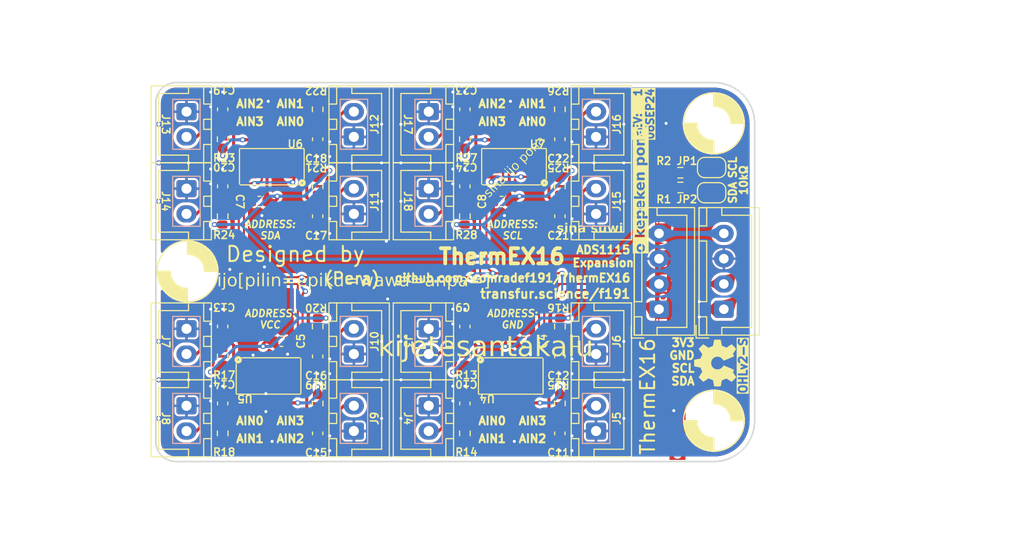
<source format=kicad_pcb>
(kicad_pcb (version 20240108) (generator "pcbnew") (generator_version "8.0")
  (layers (0 "F.Cu" signal) (31 "B.Cu" signal) (34 "B.Paste" user) (35 "F.Paste" user) (36 "B.SilkS" user "B.Silkscreen") (37 "F.SilkS" user "F.Silkscreen") (38 "B.Mask" user) (39 "F.Mask" user) (44 "Edge.Cuts" user))
  (net 0 "")
  (net 1 "GNDA")
  (net 2 "VDDA")
  (net 3 "/I2C0-SCL")
  (net 4 "/I2C0-SDA")
  (net 9 "/THERM-1")
  (net 10 "/THERM-2")
  (net 11 "/THERM-3")
  (net 12 "/THERM-4")
  (net 13 "/THERM-5")
  (net 14 "/THERM-6")
  (net 15 "/THERM-7")
  (net 16 "/THERM-8")
  (net 17 "/THERM-9")
  (net 18 "/THERM-10")
  (net 19 "/THERM-11")
  (net 20 "/THERM-12")
  (net 21 "/THERM-13")
  (net 22 "/THERM-14")
  (net 23 "/THERM-15")
  (net 24 "/THERM-16")
  (net 25 "Net-(JP1-A)")
  (net 26 "Net-(JP2-A)")
  (footprint "Resistor_SMD:R_0603_1608Metric" (layer "F.Cu") (at 74.7 48.45 90)
    (property "Reference" "R28")
    (property "Value" "4.7kΩ")
  )
  (footprint "CustomFootprints:JST-XH_1x02-V ~ Custom" (layer "F.Cu") (at 71.12 60.84 -90)
    (property "Reference" "J3")
    (property "Value" "1x2-JSTXH")
  )
  (footprint "Capacitor_SMD:C_0603_1608Metric" (layer "F.Cu") (at 60.13 48.449999 -90)
    (property "Reference" "C17")
    (property "Value" "100nF")
  )
  (footprint "Symbol:OSHW-Symbol_6.7x6mm_SilkScreen" (layer "F.Cu") (at 99.485 62.992 90)
    (property "Reference" "REF**" (hide yes))
    (property "Value" "OSHW-Symbol_6.7x6mm_SilkScreen" (hide yes))
  )
  (footprint "Capacitor_SMD:C_0603_1608Metric" (layer "F.Cu") (at 60.13 40.829999 -90)
    (property "Reference" "C18")
    (property "Value" "100nF")
  )
  (footprint "Capacitor_SMD:C_0603_1608Metric" (layer "F.Cu") (at 78.321 46.99)
    (property "Reference" "C8")
    (property "Value" "1uF")
  )
  (footprint "Capacitor_SMD:C_0603_1608Metric" (layer "F.Cu") (at 50.729 37.870001 90)
    (property "Reference" "C19")
    (property "Value" "100nF")
  )
  (footprint "Resistor_SMD:R_0603_1608Metric" (layer "F.Cu") (at 50.729 62.32 90)
    (property "Reference" "R17")
    (property "Value" "4.7kΩ")
  )
  (footprint "Capacitor_SMD:C_0603_1608Metric" (layer "F.Cu") (at 84.101 40.83 -90)
    (property "Reference" "C22")
    (property "Value" "100nF")
  )
  (footprint "Resistor_SMD:R_0603_1608Metric_Pad0.98x0.95mm_HandSolder" (layer "F.Cu") (at 96.0347 44.1464)
    (property "Reference" "R2")
    (property "Value" "10kΩ")
  )
  (footprint "Resistor_SMD:R_0603_1608Metric" (layer "F.Cu") (at 60.13 59.36 -90)
    (property "Reference" "R20")
    (property "Value" "4.7kΩ")
  )
  (footprint "Resistor_SMD:R_0603_1608Metric_Pad0.98x0.95mm_HandSolder" (layer "F.Cu") (at 96.0347 45.6064)
    (property "Reference" "R1")
    (property "Value" "10kΩ")
  )
  (footprint "CustomFootprints:JST-XH_1x02-V ~ Custom" (layer "F.Cu") (at 71.12 46.97 -90)
    (property "Reference" "J18")
    (property "Value" "1x2-JSTXH")
  )
  (footprint "PCM_Package_SO_AKL:VSSOP-10_3x3mm_P0.5mm" (layer "F.Cu") (at 79.562 43.55 180)
    (property "Reference" "U7")
    (property "Value" "ADS1115IDGSR" (hide yes))
  )
  (footprint "Capacitor_SMD:C_0603_1608Metric" (layer "F.Cu") (at 54.35 46.99)
    (property "Reference" "C7")
    (property "Value" "1uF")
  )
  (footprint "Capacitor_SMD:C_0603_1608Metric" (layer "F.Cu") (at 74.7 66.980001 90)
    (property "Reference" "C10")
    (property "Value" "100nF")
  )
  (footprint "Jumper:SolderJumper-2_P1.3mm_Bridged_RoundedPad1.0x1.5mm" (layer "F.Cu") (at 99.1212 43.6264)
    (property "Reference" "JP1")
    (property "Value" "SolderJumper_2_Bridged")
  )
  (footprint "Resistor_SMD:R_0603_1608Metric" (layer "F.Cu") (at 84.101 59.36 -90)
    (property "Reference" "R16")
    (property "Value" "4.7kΩ")
  )
  (footprint "CustomFootprints:JST-XH_1x02-V ~ Custom" (layer "F.Cu") (at 63.71 46.97 90)
    (property "Reference" "J11")
    (property "Value" "1x2-JSTXH")
  )
  (footprint "CustomFootprints:JST-XH_1x02-V ~ Custom" (layer "F.Cu") (at 71.12 39.35 -90)
    (property "Reference" "J17")
    (property "Value" "1x2-JSTXH")
  )
  (footprint "Resistor_SMD:R_0603_1608Metric" (layer "F.Cu") (at 50.729 40.83 90)
    (property "Reference" "R23")
    (property "Value" "4.7kΩ")
  )
  (footprint "CustomFootprints:M3 Mounting Hole ~ Classic" (layer "F.Cu") (at 99.338 39.26)
    (property "Reference" "H2" (hide yes))
    (property "Value" "MountingHole")
  )
  (footprint "PCM_Package_SO_AKL:VSSOP-10_3x3mm_P0.5mm" (layer "F.Cu") (at 55.268 64.26)
    (property "Reference" "U5")
    (property "Value" "ADS1115IDGSR" (hide yes))
  )
  (footprint "Resistor_SMD:R_0603_1608Metric" (layer "F.Cu") (at 50.729 69.94 90)
    (property "Reference" "R18")
    (property "Value" "4.7kΩ")
  )
  (footprint "Resistor_SMD:R_0603_1608Metric" (layer "F.Cu") (at 84.101 66.98 -90)
    (property "Reference" "R15")
    (property "Value" "4.7kΩ")
  )
  (footprint "Jumper:SolderJumper-2_P1.3mm_Bridged_RoundedPad1.0x1.5mm" (layer "F.Cu") (at 99.1212 46.1264)
    (property "Reference" "JP2")
    (property "Value" "SolderJumper_2_Bridged")
  )
  (footprint "CustomFootprints:M3 Mounting Hole ~ Classic" (layer "F.Cu") (at 47.244 53.904996)
    (property "Reference" "H1" (hide yes))
    (property "Value" "MountingHole")
  )
  (footprint "CustomFootprints:JST-XH_1x02-V ~ Custom" (layer "F.Cu") (at 87.681 39.35 90)
    (property "Reference" "J16")
    (property "Value" "1x2-JSTXH")
  )
  (footprint "Capacitor_SMD:C_0603_1608Metric" (layer "F.Cu") (at 60.13 69.939999 -90)
    (property "Reference" "C15")
    (property "Value" "100nF")
  )
  (footprint "Capacitor_SMD:C_0603_1608Metric" (layer "F.Cu") (at 50.729 45.490001 90)
    (property "Reference" "C20")
    (property "Value" "100nF")
  )
  (footprint "Capacitor_SMD:C_0603_1608Metric" (layer "F.Cu") (at 50.729 66.980001 90)
    (property "Reference" "C14")
    (property "Value" "100nF")
  )
  (footprint "Resistor_SMD:R_0603_1608Metric" (layer "F.Cu") (at 84.101 45.49 -90)
    (property "Reference" "R25")
    (property "Value" "4.7kΩ")
  )
  (footprint "Resistor_SMD:R_0603_1608Metric" (layer "F.Cu") (at 74.7 40.83 90)
    (property "Reference" "R27")
    (property "Value" "4.7kΩ")
  )
  (footprint "Capacitor_SMD:C_0603_1608Metric" (layer "F.Cu") (at 84.101 48.45 -90)
    (property "Reference" "C21")
    (property "Value" "100nF")
  )
  (footprint "CustomFootprints:JST-XH_1x02-V ~ Custom" (layer "F.Cu") (at 63.71 68.46 90)
    (property "Reference" "J9")
    (property "Value" "1x2-JSTXH")
  )
  (footprint "Connector_JST:JST_XH_B4B-XH-A_1x04_P2.50mm_Vertical" (layer "F.Cu") (at 100.33 57.655 90)
    (property "Reference" "J2" (hide yes))
    (property "Value" "Conn_01x04")
  )
  (footprint "Capacitor_SMD:C_0603_1608Metric" (layer "F.Cu") (at 74.7 45.490001 90)
    (property "Reference" "C24")
    (property "Value" "100nF")
  )
  (footprint "CustomFootprints:JST-XH_1x02-V ~ Custom" (layer "F.Cu") (at 63.71 60.84 90)
    (property "Reference" "J10")
    (property "Value" "1x2-JSTXH")
  )
  (footprint "Resistor_SMD:R_0603_1608Metric" (layer "F.Cu") (at 60.13 66.98 -90)
    (property "Reference" "R19")
    (property "Value" "4.7kΩ")
  )
  (footprint "Capacitor_SMD:C_0603_1608Metric" (layer "F.Cu") (at 80.518 60.82 180)
    (property "Reference" "C4")
    (property "Value" "1uF")
  )
  (footprint "Connector_JST:JST_XH_B4B-XH-A_1x04_P2.50mm_Vertical" (layer "F.Cu") (at 93.917 57.655 90)
    (property "Reference" "J1" (hide yes))
    (property "Value" "Conn_01x04")
  )
  (footprint "Capacitor_SMD:C_0603_1608Metric" (layer "F.Cu") (at 56.547 60.82 180)
    (property "Reference" "C5")
    (property "Value" "1uF")
  )
  (footprint "CustomFootprints:JST-XH_1x02-V ~ Custom" (layer "F.Cu") (at 87.681 46.97 90)
    (property "Reference" "J15")
    (property "Value" "1x2-JSTXH")
  )
  (footprint "CustomFootprints:JST-XH_1x02-V ~ Custom" (layer "F.Cu") (at 47.149 39.35 -90)
    (property "Reference" "J13")
    (property "Value" "1x2-JSTXH")
  )
  (footprint "Resistor_SMD:R_0603_1608Metric" (layer "F.Cu") (at 74.7 62.32 90)
    (property "Reference" "R13")
    (property "Value" "4.7kΩ")
  )
  (footprint "Capacitor_SMD:C_0603_1608Metric" (layer "F.Cu") (at 50.729 59.360001 90)
    (property "Reference" "C13")
    (property "Value" "100nF")
  )
  (footprint "CustomFootprints:JST-XH_1x02-V ~ Custom" (layer "F.Cu") (at 63.71 39.35 90)
    (property "Reference" "J12")
    (property "Value" "1x2-JSTXH")
  )
  (footprint "CustomFootprints:JST-XH_1x02-V ~ Custom" (layer "F.Cu") (at 87.681 68.46 90)
    (property "Reference" "J5")
    (property "Value" "1x2-JSTXH")
  )
  (footprint "PCM_Package_SO_AKL:VSSOP-10_3x3mm_P0.5mm" (layer "F.Cu") (at 79.239 64.26)
    (property "Reference" "U4")
    (property "Value" "ADS1115IDGSR" (hide yes))
  )
  (footprint "Resistor_SMD:R_0603_1608Metric" (layer "F.Cu") (at 60.13 45.49 -90)
    (property "Reference" "R21")
    (property "Value" "4.7kΩ")
  )
  (footprint "CustomFootprints:M3 Mounting Hole ~ Classic" (layer "F.Cu") (at 99.338 68.69)
    (property "Reference" "H3" (hide yes))
    (property "Value" "MountingHole")
  )
  (footprint "Capacitor_SMD:C_0603_1608Metric" (layer "F.Cu") (at 74.7 59.360001 90)
    (property "Reference" "C9")
    (property "Value" "100nF")
  )
  (footprint "CustomFootprints:JST-XH_1x02-V ~ Custom" (layer "F.Cu") (at 47.149 60.84 -90)
    (property "Reference" "J7")
    (property "Value" "1x2-JSTXH")
  )
  (footprint "CustomFootprints:JST-XH_1x02-V ~ Custom" (layer "F.Cu") (at 71.12 68.46 -90)
    (property "Reference" "J4")
    (property "Value" "1x2-JSTXH")
  )
  (footprint "Resistor_SMD:R_0603_1608Metric" (layer "F.Cu") (at 50.729 48.45 90)
    (property "Reference" "R24")
    (property "Value" "4.7kΩ")
  )
  (footprint "CustomFootprints:JST-XH_1x02-V ~ Custom" (layer "F.Cu") (at 47.149 46.97 -90)
    (property "Reference" "J14")
    (property "Value" "1x2-JSTXH")
  )
  (footprint "Resistor_SMD:R_0603_1608Metric" (layer "F.Cu") (at 84.101 37.87 -90)
    (property "Reference" "R26")
    (property "Value" "4.7kΩ")
  )
  (footprint "Capacitor_SMD:C_0603_1608Metric" (layer "F.Cu") (at 84.101 62.319999 -90)
    (property "Reference" "C12")
    (property "Value" "100nF")
  )
  (footprint "CustomFootprints:JST-XH_1x02-V ~ Custom" (layer "F.Cu") (at 87.681 60.84 90)
    (property "Reference" "J6")
    (property "Value" "1x2-JSTXH")
  )
  (footprint "Resistor_SMD:R_0603_1608Metric" (layer "F.Cu") (at 60.13 37.87 -90)
    (property "Reference" "R22")
    (property "Value" "4.7kΩ")
  )
  (footprint "Resistor_SMD:R_0603_1608Metric" (layer "F.Cu") (at 74.7 69.94 90)
    (property "Reference" "R14")
    (property "Value" "4.7kΩ")
  )
  (footprint "CustomFootprints:JST-XH_1x02-V ~ Custom" (layer "F.Cu") (at 47.149 68.46 -90)
    (property "Reference" "J8")
    (property "Value" "1x2-JSTXH")
  )
  (footprint "PCM_Package_SO_AKL:VSSOP-10_3x3mm_P0.5mm" (layer "F.Cu") (at 55.591 43.55 180)
    (property "Reference" "U6")
    (property "Value" "ADS1115IDGSR" (hide yes))
  )
  (footprint "Capacitor_SMD:C_0603_1608Metric" (layer "F.Cu") (at 74.7 37.870001 90)
    (property "Reference" "C23")
    (property "Value" "100nF")
  )
  (footprint "Capacitor_SMD:C_0603_1608Metric" (layer "F.Cu") (at 84.101 69.939999 -90)
    (property "Reference" "C11")
    (property "Value" "100nF")
  )
  (footprint "Capacitor_SMD:C_0603_1608Metric" (layer "F.Cu") (at 60.13 62.319999 -90)
    (property "Reference" "C16")
    (property "Value" "100nF")
  )
  (gr_line (start 103.378 68.69) (end 103.378 39.26) (stroke (width 0.15)) (layer "Edge.Cuts"))
  (gr_arc (start 99.338 35.22) (mid 102.194711 36.403289) (end 103.378 39.26) (stroke (width 0.15)) (layer "Edge.Cuts"))
  (gr_line (start 44.1128 70.73) (end 44.1128 37.22) (stroke (width 0.15)) (layer "Edge.Cuts"))
  (gr_line (start 46.1128 72.73) (end 99.338 72.73) (stroke (width 0.15)) (layer "Edge.Cuts"))
  (gr_line (start 46.1128 35.22) (end 99.338 35.22) (stroke (width 0.15)) (layer "Edge.Cuts"))
  (gr_arc (start 44.1128 37.22) (mid 44.698586 35.805786) (end 46.1128 35.22) (stroke (width 0.15)) (layer "Edge.Cuts"))
  (gr_arc (start 46.1128 72.73) (mid 44.698586 72.144214) (end 44.1128 70.73) (stroke (width 0.15)) (layer "Edge.Cuts"))
  (gr_arc (start 103.378 68.69) (mid 102.194711 71.546711) (end 99.338 72.73) (stroke (width 0.15)) (layer "Edge.Cuts"))
  (gr_text "o olin kijetesantakalu" (at 95.123 72.517 90) (layer "F.Cu" knockout) (effects (font (size 1 1) (thickness 0.15) (bold yes)) (justify left top)))
  (gr_text "kijetesantakalu li pona tawa jan ale" (at 94.869 72.136 90) (layer "F.Cu" knockout) (effects (font (size 1 1) (thickness 0.15) (bold yes)) (justify left bottom)))
  (gr_text "AIN3" (at 51.967 38.618371 0) (layer "F.SilkS") (effects (font (size 0.8 0.8) (thickness 0.2) (bold yes)) (justify left top)))
  (gr_text "ADDRESS:\nGND" (at 79.4005 57.658 0) (layer "F.SilkS") (effects (font (size 0.7 0.7) (thickness 0.15) (bold yes) (italic yes)) (justify top)))
  (gr_text "3V3" (at 97.536 60.96 0) (layer "F.SilkS") (effects (font (size 0.8 0.8) (thickness 0.2) (bold yes)) (justify right)))
  (gr_text "AIN1" (at 58.892 37.318 0) (layer "F.SilkS") (effects (font (size 0.8 0.8) (thickness 0.2) (bold yes)) (justify right)))
  (gr_text "AIN1" (at 75.938 70.000371 0) (layer "F.SilkS") (effects (font (size 0.8 0.8) (thickness 0.2) (bold yes)) (justify left top)))
  (gr_text "ADDRESS:\nVCC" (at 55.4295 57.658 0) (layer "F.SilkS") (effects (font (size 0.7 0.7) (thickness 0.15) (bold yes) (italic yes)) (justify top)))
  (gr_text "AIN2" (at 75.938 37.318 0) (layer "F.SilkS") (effects (font (size 0.8 0.8) (thickness 0.2) (bold yes)) (justify left)))
  (gr_text "SCL" (at 100.7712 43.6264 90) (layer "F.SilkS") (effects (font (size 0.75 0.75) (thickness 0.1875) (bold yes)) (justify top)))
  (gr_text "REV:   1\n06SEP24" (at 91.3892 35.7124 90) (layer "F.SilkS" knockout) (effects (font (size 0.75 0.75) (thickness 0.1875) (bold yes)) (justify right top)))
  (gr_text "SCL" (at 97.536 63.5 0) (layer "F.SilkS") (effects (font (size 0.8 0.8) (thickness 0.2) (bold yes)) (justify right)))
  (gr_text "AIN2" (at 51.967 37.318 0) (layer "F.SilkS") (effects (font (size 0.8 0.8) (thickness 0.2) (bold yes)) (justify left)))
  (gr_text "AIN2" (at 58.892 70.000371 0) (layer "F.SilkS") (effects (font (size 0.8 0.8) (thickness 0.2) (bold yes)) (justify right top)))
  (gr_text "ijo[pilin=epiku=wawa=anpa=]" (at 50.165 54.864 0) (layer "F.SilkS") (effects (font (size 1.25 1.25)) (justify left)))
  (gr_text "ThermEX16" (at 91.971 66.294 90) (layer "F.SilkS") (effects (font (size 1.4 1.4) (thickness 0.2) (bold yes)) (justify top)))
  (gr_text "AIN2" (at 82.863 70.000371 0) (layer "F.SilkS") (effects (font (size 0.8 0.8) (thickness 0.2) (bold yes)) (justify right top)))
  (gr_text "AIN0" (at 58.892 38.618371 0) (layer "F.SilkS") (effects (font (size 0.8 0.8) (thickness 0.2) (bold yes)) (justify right top)))
  (gr_text "SDA" (at 100.7712 46.1264 90) (layer "F.SilkS") (effects (font (size 0.75 0.75) (thickness 0.1875) (bold yes)) (justify top)))
  (gr_text "AIN3" (at 75.938 38.618371 0) (layer "F.SilkS") (effects (font (size 0.8 0.8) (thickness 0.2) (bold yes)) (justify left top)))
  (gr_text "10kΩ" (at 101.854 44.8764 90) (layer "F.SilkS") (effects (font (size 0.75 0.75) (thickness 0.1875) (bold yes)) (justify top)))
  (gr_text "AIN3" (at 82.863 68.7 0) (layer "F.SilkS") (effects (font (size 0.8 0.8) (thickness 0.2) (bold yes)) (justify right)))
  (gr_text "(Pera)" (at 60.706 54.61 0) (layer "F.SilkS") (effects (font (size 1.15 1.15) (thickness 0.2) (bold yes)) (justify left)))
  (gr_text "AIN0" (at 82.863 38.618371 0) (layer "F.SilkS") (effects (font (size 0.8 0.8) (thickness 0.2) (bold yes)) (justify right top)))
  (gr_text "transfur.science/f191" (at 91.186 56.134 0) (layer "F.SilkS") (effects (font (size 0.9 0.9) (thickness 0.2) (bold yes)) (justify right)))
  (gr_text "ADDRESS:\nSDA" (at 55.4295 50.78 0) (layer "F.SilkS") (effects (font (size 0.7 0.7) (thickness 0.15) (bold yes) (italic yes)) (justify bottom)))
  (gr_text "kijetesantakalu" (at 76.7588 61.468 0) (layer "F.SilkS") (effects (font (size 2 2) (thickness 0.5))))
  (gr_text "AIN0" (at 51.967 68.7 0) (layer "F.SilkS") (effects (font (size 0.8 0.8) (thickness 0.2) (bold yes)) (justify left)))
  (gr_text "AIN3" (at 58.892 68.7 0) (layer "F.SilkS") (effects (font (size 0.8 0.8) (thickness 0.2) (bold yes)) (justify right)))
  (gr_text "github.com/comradef191/ThermEX16" (at 91.186 54.08 0) (layer "F.SilkS") (effects (font (size 0.82 0.82) (thickness 0.2) (bold yes)) (justify right top)))
  (gr_text "AIN1" (at 82.863 37.318 0) (layer "F.SilkS") (effects (font (size 0.8 0.8) (thickness 0.2) (bold yes)) (justify right)))
  (gr_text "sina ijo pona" (at 79.629 43.561 45) (layer "F.SilkS") (effects (font (size 0.9 0.9))))
  (gr_text "ADDRESS:\nSCL" (at 79.4005 50.78 0) (layer "F.SilkS") (effects (font (size 0.7 0.7) (thickness 0.15) (bold yes) (italic yes)) (justify bottom)))
  (gr_text "GND" (at 97.536 62.23 0) (layer "F.SilkS") (effects (font (size 0.8 0.8) (thickness 0.2) (bold yes)) (justify right)))
  (gr_text "OHLv2-S" (at 101.771 63.246 90) (layer "F.SilkS" knockout) (effects (font (size 0.8 0.8) (thickness 0.2) (bold yes)) (justify top)))
  (gr_text "ThermEX16" (at 78.359 51.562 0) (layer "F.SilkS") (effects (font (size 1.5 1.5) (thickness 0.375) (bold yes)) (justify top)))
  (gr_text "sina suwi" (at 87.0712 49.6824 0) (layer "F.SilkS") (effects (font (size 0.9 0.9) (thickness 0.2) (bold yes))))
  (gr_text "SDA" (at 97.536 64.77 0) (layer "F.SilkS") (effects (font (size 0.8 0.8) (thickness 0.2) (bold yes)) (justify right)))
  (gr_text "AIN0" (at 75.938 68.7 0) (layer "F.SilkS") (effects (font (size 0.8 0.8) (thickness 0.2) (bold yes)) (justify left)))
  (gr_text "AIN1" (at 51.967 70.000371 0) (layer "F.SilkS") (effects (font (size 0.8 0.8) (thickness 0.2) (bold yes)) (justify left top)))
  (gr_text "ADS1115\nExpansion" (at 88.392 51.308 0) (layer "F.SilkS") (effects (font (size 0.8 0.8) (thickness 0.2) (bold yes)) (justify top)))
  (gr_text "Designed by" (at 57.912 52.197 0) (layer "F.SilkS") (effects (font (size 1.5 1.5) (thickness 0.2) (bold yes))))
  (gr_text "o kepeken pona" (at 92.075 45.847 90) (layer "F.SilkS" knockout) (effects (font (size 1 1) (thickness 0.18) (bold yes))))
  (segment (start 77.039 64.26) (end 78.1915 64.26) (width 0.3) (layer "F.Cu") (net 1))
  (segment (start 53.068 64.26) (end 54.2205 64.26) (width 0.3) (layer "F.Cu") (net 1))
  (segment (start 81.762 43.55) (end 80.6095 43.55) (width 0.3) (layer "F.Cu") (net 1))
  (segment (start 54.2205 64.26) (end 54.35 64.1305) (width 0.3) (layer "F.Cu") (net 1))
  (segment (start 80.6095 43.55) (end 80.48 43.6795) (width 0.3) (layer "F.Cu") (net 1))
  (segment (start 57.791 43.55) (end 56.6385 43.55) (width 0.3) (layer "F.Cu") (net 1))
  (segment (start 56.6385 43.55) (end 56.509 43.6795) (width 0.3) (layer "F.Cu") (net 1))
  (segment (start 78.1915 64.26) (end 78.321 64.1305) (width 0.3) (layer "F.Cu") (net 1))
  (via (at 74.7 43.780001) (size 0.5) (drill 0.3) (layers "F.Cu" "B.Cu") (net 1))
  (via (at 44.399 64.64) (size 0.5) (drill 0.3) (layers "F.Cu" "B.Cu") (net 1))
  (via (at 44.399 43.17) (size 0.5) (drill 0.3) (layers "F.Cu" "B.Cu") (net 1))
  (via (at 80.988 38.8535) (size 0.5) (drill 0.3) (layers "F.Cu" "B.Cu") (net 1))
  (via (at 90.431 64.64) (size 0.5) (drill 0.3) (layers "F.Cu" "B.Cu") (net 1))
  (via (at 50.729 65.27) (size 0.5) (drill 0.3) (layers "F.Cu" "B.Cu") (net 1))
  (via (at 85.291001 41.08) (size 0.5) (drill 0.3) (layers "F.Cu" "B.Cu") (net 1))
  (via (at 90.431 46.97) (size 0.5) (drill 0.3) (layers "F.Cu" "B.Cu") (net 1))
  (via (at 73.509999 45.240001) (size 0.5) (drill 0.3) (layers "F.Cu" "B.Cu") (net 1))
  (via (at 63.51 64.64) (size 0.5) (drill 0.3) (layers "F.Cu" "B.Cu") (net 1))
  (via (at 54.864 53.467) (size 0.5) (drill 0.3) (layers "F.Cu" "B.Cu") (net 1))
  (via (at 79.591 70.7345) (size 0.5) (drill 0.3) (layers "F.Cu" "B.Cu") (net 1))
  (via (at 73.509999 59.11) (size 0.5) (drill 0.3) (layers "F.Cu" "B.Cu") (net 1))
  (via (at 50.729 57.65) (size 0.5) (drill 0.3) (layers "F.Cu" "B.Cu") (net 1))
  (via (at 74.7 36.160001) (size 0.5) (drill 0.3) (layers "F.Cu" "B.Cu") (net 1))
  (via (at 61.320001 71.649999) (size 0.5) (drill 0.3) (layers "F.Cu" "B.Cu") (net 1))
  (via (at 90.431 60.84) (size 0.5) (drill 0.3) (layers "F.Cu" "B.Cu") (net 1))
  (via (at 66.46 39.35) (size 0.5) (drill 0.3) (layers "F.Cu" "B.Cu") (net 1))
  (via (at 85.291001 70.189999) (size 0.5) (drill 0.3) (layers "F.Cu" "B.Cu") (net 1))
  (via (at 95.377 67.691) (size 0.5) (drill 0.3) (layers "F.Cu" "B.Cu") (net 1))
  (via (at 68.37 64.64) (size 0.5) (drill 0.3) (layers "F.Cu" "B.Cu") (net 1))
  (via (at 54.61 48.387) (size 0.5) (drill 0.3) (layers "F.Cu" "B.Cu") (net 1))
  (via (at 44.399 39.35) (size 0.5) (drill 0.3) (layers "F.Cu" "B.Cu") (net 1))
  (via (at 67.056 56.642) (size 0.5) (drill 0.3) (layers "F.Cu" "B.Cu") (net 1))
  (via (at 73.509999 57.65) (size 0.5) (drill 0.3) (layers "F.Cu" "B.Cu") (net 1))
  (via (at 49.538999 65.27) (size 0.5) (drill 0.3) (layers "F.Cu" "B.Cu") (net 1))
  (via (at 90.431 43.17) (size 0.5) (drill 0.3) (layers "F.Cu" "B.Cu") (net 1))
  (via (at 49.538999 43.780001) (size 0.5) (drill 0.3) (layers "F.Cu" "B.Cu") (net 1))
  (via (at 97.8916 56.896) (size 0.5) (drill 0.3) (layers "F.Cu" "B.Cu") (net 1))
  (via (at 68.37 39.35) (size 0.5) (drill 0.3) (layers "F.Cu" "B.Cu") (net 1))
  (via (at 49.538999 45.240001) (size 0.5) (drill 0.3) (layers "F.Cu" "B.Cu") (net 1))
  (via (at 73.509999 37.620001) (size 0.5) (drill 0.3) (layers "F.Cu" "B.Cu") (net 1))
  (via (at 44.399 68.46) (size 0.5) (drill 0.3) (layers "F.Cu" "B.Cu") (net 1))
  (via (at 66.46 64.64) (size 0.5) (drill 0.3) (layers "F.Cu" "B.Cu") (net 1))
  (via (at 61.320001 70.189999) (size 0.5) (drill 0.3) (layers "F.Cu" "B.Cu") (net 1))
  (via (at 85.291001 48.7) (size 0.5) (drill 0.3) (layers "F.Cu" "B.Cu") (net 1))
  (via (at 74.7 65.27) (size 0.5) (drill 0.3) (layers "F.Cu" "B.Cu") (net 1))
  (via (at 50.729 43.780001) (size 0.5) (drill 0.3) (layers "F.Cu" "B.Cu") (net 1))
  (via (at 50.729 36.160001) (size 0.5) (drill 0.3) (layers "F.Cu" "B.Cu") (net 1))
  (via (at 49.538999 36.160001) (size 0.5) (drill 0.3) (layers "F.Cu" "B.Cu") (net 1))
  (via (at 85.291001 50.16) (size 0.5) (drill 0.3) (layers "F.Cu" "B.Cu") (net 1))
  (via (at 66.46 43.17) (size 0.5) (drill 0.3) (layers "F.Cu" "B.Cu") (net 1))
  (via (at 55.62 70.7345) (size 0.5) (drill 0.3) (layers "F.Cu" "B.Cu") (net 1))
  (via (at 78.613 48.387) (size 0.5) (drill 0.3) (layers "F.Cu" "B.Cu") (net 1))
  (via (at 68.37 43.17) (size 0.5) (drill 0.3) (layers "F.Cu" "B.Cu") (net 1))
  (via (at 71.32 64.64) (size 0.5) (drill 0.3) (layers "F.Cu" "B.Cu") (net 1))
  (via (at 68.37 68.46) (size 0.5) (drill 0.3) (layers "F.Cu" "B.Cu") (net 1))
  (via (at 61.320001 41.08) (size 0.5) (drill 0.3) (layers "F.Cu" "B.Cu") (net 1))
  (via (at 85.291001 71.649999) (size 0.5) (drill 0.3) (layers "F.Cu" "B.Cu") (net 1))
  (via (at 49.538999 66.73) (size 0.5) (drill 0.3) (layers "F.Cu" "B.Cu") (net 1))
  (via (at 90.431 68.46) (size 0.5) (drill 0.3) (layers "F.Cu" "B.Cu") (net 1))
  (via (at 55.006 67.7855) (size 0.5) (drill 0.3) (layers "F.Cu" "B.Cu") (net 1))
  (via (at 66.46 46.97) (size 0.5) (drill 0.3) (layers "F.Cu" "B.Cu") (net 1))
  (via (at 66.46 60.84) (size 0.5) (drill 0.3) (layers "F.Cu" "B.Cu") (net 1))
  (via (at 60.13 50.16) (size 0.5) (drill 0.3) (layers "F.Cu" "B.Cu") (net 1))
  (via (at 68.37 46.97) (size 0.5) (drill 0.3) (layers "F.Cu" "B.Cu") (net 1))
  (via (at 57.15 62.103) (size 0.5) (drill 0.3) (layers "F.Cu" "B.Cu") (net 1))
  (via (at 60.13 64.029999) (size 0.5) (drill 0.3) (layers "F.Cu" "B.Cu") (net 1))
  (via (at 71.32 43.17) (size 0.5) (drill 0.3) (layers "F.Cu" "B.Cu") (net 1))
  (via (at 47.349 64.64) (size 0.5) (drill 0.3) (layers "F.Cu" "B.Cu") (net 1))
  (via (at 90.431 39.35) (size 0.5) (drill 0.3) (layers "F.Cu" "B.Cu") (net 1))
  (via (at 51.435 53.721) (size 0.5) (drill 0.3) (layers "F.Cu" "B.Cu") (net 1))
  (via (at 49.538999 37.620001) (size 0.5) (drill 0.3) (layers "F.Cu" "B.Cu") (net 1))
  (via (at 68.37 60.84) (size 0.5) (drill 0.3) (layers "F.Cu" "B.Cu") (net 1))
  (via (at 47.349 43.17) (size 0.5) (drill 0.3) (layers "F.Cu" "B.Cu") (net 1))
  (via (at 66.929 50.927) (size 0.5) (drill 0.3) (layers "F.Cu" "B.Cu") (net 1))
  (via (at 85.291001 62.569999) (size 0.5) (drill 0.3) (layers "F.Cu" "B.Cu") (net 1))
  (via (at 84.101 64.029999) (size 0.5) (drill 0.3) (layers "F.Cu" "B.Cu") (net 1))
  (via (at 55.239 37.0755) (size 0.5) (drill 0.3) (layers "F.Cu" "B.Cu") (net 1))
  (via (at 55.006 66.0075) (size 0.5) (drill 0.3) (layers "F.Cu" "B.Cu") (net 1))
  (via (at 84.101 50.16) (size 0.5) (drill 0.3) (layers "F.Cu" "B.Cu") (net 1))
  (via (at 73.509999 66.73) (size 0.5) (drill 0.3) (layers "F.Cu" "B.Cu") (net 1))
  (via (at 97.8916 58.42) (size 0.5) (drill 0.3) (layers "F.Cu" "B.Cu") (net 1))
  (via (at 73.509999 65.27) (size 0.5) (drill 0.3) (layers "F.Cu" "B.Cu") (net 1))
  (via (at 61.320001 50.16) (size 0.5) (drill 0.3) (layers "F.Cu" "B.Cu") (net 1))
  (via (at 84.101 71.649999) (size 0.5) (drill 0.3) (layers "F.Cu" "B.Cu") (net 1))
  (via (at 44.399 46.97) (size 0.5) (drill 0.3) (layers "F.Cu" "B.Cu") (net 1))
  (via (at 60.13 71.649999) (size 0.5) (drill 0.3) (layers "F.Cu" "B.Cu") (net 1))
  (via (at 61.320001 64.029999) (size 0.5) (drill 0.3) (layers "F.Cu" "B.Cu") (net 1))
  (via (at 61.320001 48.7) (size 0.5) (drill 0.3) (layers "F.Cu" "B.Cu") (net 1))
  (via (at 73.509999 43.780001) (size 0.5) (drill 0.3) (layers "F.Cu" "B.Cu") (net 1))
  (via (at 53.736 62.1975) (size 0.5) (drill 0.3) (layers "F.Cu" "B.Cu") (net 1))
  (via (at 66.46 68.46) (size 0.5) (drill 0.3) (layers "F.Cu" "B.Cu") (net 1))
  (via (at 94.615 39.260004) (size 0.5) (drill 0.3) (layers "F.Cu" "B.Cu") (net 1))
  (via (at 44.399 60.84) (size 0.5) (drill 0.3) (layers "F.Cu" "B.Cu") (net 1))
  (via (at 73.509999 36.160001) (size 0.5) (drill 0.3) (layers "F.Cu" "B.Cu") (net 1))
  (via (at 61.320001 42.54) (size 0.5) (drill 0.3) (layers "F.Cu" "B.Cu") (net 1))
  (via (at 81.153 62.103) (size 0.5) (drill 0.3) (layers "F.Cu" "B.Cu") (net 1))
  (via (at 63.51 43.17) (size 0.5) (drill 0.3) (layers "F.Cu" "B.Cu") (net 1))
  (via (at 85.291001 42.54) (size 0.5) (drill 0.3) (layers "F.Cu" "B.Cu") (net 1))
  (via (at 74.7 57.65) (size 0.5) (drill 0.3) (layers "F.Cu" "B.Cu") (net 1))
  (via (at 49.538999 59.11) (size 0.5) (drill 0.3) (layers "F.Cu" "B.Cu") (net 1))
  (via (at 49.538999 57.65) (size 0.5) (drill 0.3) (layers "F.Cu" "B.Cu") (net 1))
  (via (at 61.320001 62.569999) (size 0.5) (drill 0.3) (layers "F.Cu" "B.Cu") (net 1))
  (via (at 60.13 42.54) (size 0.5) (drill 0.3) (layers "F.Cu" "B.Cu") (net 1))
  (via (at 87.481 64.64) (size 0.5) (drill 0.3) (layers "F.Cu" "B.Cu") (net 1))
  (via (at 85.291001 64.029999) (size 0.5) (drill 0.3) (layers "F.Cu" "B.Cu") (net 1))
  (via (at 84.101 42.54) (size 0.5) (drill 0.3) (layers "F.Cu" "B.Cu") (net 1))
  (via (at 87.481 43.17) (size 0.5) (drill 0.3) (layers "F.Cu" "B.Cu") (net 1))
  (via (at 79.21 37.0755) (size 0.5) (drill 0.3) (layers "F.Cu" "B.Cu") (net 1))
  (segment (start 55.118 46.983) (end 55.118 43.5585) (width 0.3) (layer "F.Cu") (net 2))
  (segment (start 77.546 40.8855) (end 77.546 40.6445) (width 0.3) (layer "F.Cu") (net 2))
  (segment (start 80.099 65.4005) (end 81.255 66.5565) (width 0.3) (layer "F.Cu") (net 2))
  (segment (start 74.7 42.4715) (end 74.7 41.655) (width 0.3) (layer "F.Cu") (net 2))
  (segment (start 54.731 43.1715) (end 54.731 42.4095) (width 0.3) (layer "F.Cu") (net 2))
  (segment (start 81.439 64.26) (end 80.4775 64.26) (width 0.3) (layer "F.Cu") (net 2))
  (segment (start 84.8325 43.9335) (end 84.101 44.665) (width 0.3) (layer "F.Cu") (net 2))
  (segment (start 50.729 42.4715) (end 50.729 41.655) (width 0.3) (layer "F.Cu") (net 2))
  (segment (start 80.099 64.6385) (end 80.099 65.4005) (width 0.3) (layer "F.Cu") (net 2))
  (segment (start 60.13 65.3385) (end 60.13 66.155) (width 0.3) (layer "F.Cu") (net 2))
  (segment (start 56.128 46.742) (end 55.88 46.99) (width 0.3) (layer "F.Cu") (net 2))
  (segment (start 80.099 46.4735) (end 79.5825 46.99) (width 0.3) (layer "F.Cu") (net 2))
  (segment (start 55.6015 63.26) (end 53.068 63.26) (width 0.2) (layer "F.Cu") (net 2))
  (segment (start 54.731 61.093) (end 55.004 60.82) (width 0.3) (layer "F.Cu") (net 2))
  (segment (start 54.731 61.3365) (end 54.731 61.093) (width 0.3) (layer "F.Cu") (net 2))
  (segment (start 79.5825 46.99) (end 79.096 46.99) (width 0.3) (layer "F.Cu") (net 2))
  (segment (start 56.128 64.6385) (end 56.128 65.4005) (width 0.3) (layer "F.Cu") (net 2))
  (segment (start 78.3235 43.55) (end 78.702 43.1715) (width 0.3) (layer "F.Cu") (net 2))
  (segment (start 53.575 41.2535) (end 53.575 40.8855) (width 0.3) (layer "F.Cu") (net 2))
  (segment (start 49.9975 63.8765) (end 50.729 63.145) (width 0.3) (layer "F.Cu") (net 2))
  (segment (start 55.88 46.99) (end 55.125 46.99) (width 0.3) (layer "F.Cu") (net 2))
  (segment (start 57.1745 37.045) (end 60.13 37.045) (width 0.3) (layer "F.Cu") (net 2))
  (segment (start 56.5065 64.26) (end 56.128 64.6385) (width 0.3) (layer "F.Cu") (net 2))
  (segment (start 95.1222 48.9498) (end 93.917 50.155) (width 0.3) (layer "F.Cu") (net 2))
  (segment (start 81.255 66.9245) (end 81.255 67.1655) (width 0.3) (layer "F.Cu") (net 2))
  (segment (start 53.575 40.6445) (end 57.1745 37.045) (width 0.3) (layer "F.Cu") (net 2))
  (segment (start 77.546 41.2535) (end 77.546 40.8855) (width 0.3) (layer "F.Cu") (net 2))
  (segment (start 54.3525 43.55) (end 54.731 43.1715) (width 0.3) (layer "F.Cu") (net 2))
  (segment (start 78.702 43.1715) (end 78.702 42.4095) (width 0.3) (layer "F.Cu") (net 2))
  (segment (start 84.101 65.3385) (end 84.101 66.155) (width 0.3) (layer "F.Cu") (net 2))
  (segment (start 56.128 62.7335) (end 56.128 64.6385) (width 0.3) (layer "F.Cu") (net 2))
  (segment (start 55.118 43.5585) (end 54.731 43.1715) (width 0.3) (layer "F.Cu") (net 2))
  (segment (start 78.702 42.4095) (end 77.546 41.2535) (width 0.3) (layer "F.Cu") (net 2))
  (segment (start 57.284 66.5565) (end 57.284 66.9245) (width 0.3) (layer "F.Cu") (net 2))
  (segment (start 79.743 60.82) (end 80.099 61.176) (width 0.3) (layer "F.Cu") (net 2))
  (segment (start 73.9685 63.8765) (end 74.7 63.145) (width 0.3) (layer "F.Cu") (net 2))
  (segment (start 84.925 58.535) (end 84.101 58.535) (width 0.3) (layer "F.Cu") (net 2))
  (segment (start 56.128 62.7335) (end 55.6015 63.26) (width 0.2) (layer "F.Cu") (net 2))
  (segment (start 60.8615 43.9335) (end 60.13 44.665) (width 0.3) (layer "F.Cu") (net 2))
  (segment (start 78.702 60.998) (end 78.88 60.82) (width 0.3) (layer "F.Cu") (net 2))
  (segment (start 60.954 58.535) (end 60.13 58.535) (width 0.3) (layer "F.Cu") (net 2))
  (segment (start 95.1222 44.1464) (end 95.1222 45.6064) (width 0.3) (layer "F.Cu") (net 2))
  (segment (start 55.004 60.82) (end 55.772 60.82) (width 0.3) (layer "F.Cu") (net 2))
  (segment (start 80.099 61.176) (end 80.099 64.6385) (width 0.3) (layer "F.Cu") (net 2))
  (segment (start 78.702 61.3365) (end 78.702 60.998) (width 0.3) (layer "F.Cu") (net 2))
  (segment (start 79.096 46.99) (end 79.096 43.5655) (width 0.3) (layer "F.Cu") (net 2))
  (segment (start 58.16 66.9245) (end 57.284 66.9245) (width 0.3) (layer "F.Cu") (net 2))
  (segment (start 54.731 42.4095) (end 53.575 41.2535) (width 0.3) (layer "F.Cu") (net 2))
  (segment (start 56.128 46.4735) (end 56.128 46.742) (width 0.3) (layer "F.Cu") (net 2))
  (segment (start 49.524 63.8765) (end 49.9975 63.8765) (width 0.3) (layer "F.Cu") (net 2))
  (segment (start 76.67 40.8855) (end 77.546 40.8855) (width 0.3) (layer "F.Cu") (net 2))
  (segment (start 79.096 43.5655) (end 78.702 43.1715) (width 0.3) (layer "F.Cu") (net 2))
  (segment (start 80.4775 64.26) (end 80.099 64.6385) (width 0.3) (layer "F.Cu") (net 2))
  (segment (start 95.1222 45.6064) (end 95.1222 48.9498) (width 0.3) (layer "F.Cu") (net 2))
  (segment (start 77.546 40.6445) (end 81.1455 37.045) (width 0.3) (layer "F.Cu") (net 2))
  (segment (start 81.255 66.5565) (end 81.255 66.9245) (width 0.3) (layer "F.Cu") (net 2))
  (segment (start 56.128 65.4005) (end 57.284 66.5565) (width 0.3) (layer "F.Cu") (net 2))
  (segment (start 78.88 60.82) (end 79.743 60.82) (width 0.3) (layer "F.Cu") (net 2))
  (segment (start 81.1455 37.045) (end 84.101 37.045) (width 0.3) (layer "F.Cu") (net 2))
  (segment (start 57.284 67.1655) (end 53.6845 70.765) (width 0.3) (layer "F.Cu") (net 2))
  (segment (start 53.575 40.8855) (end 53.575 40.6445) (width 0.3) (layer "F.Cu") (net 2))
  (segment (start 49.905 49.275) (end 50.729 49.275) (width 0.3) (layer "F.Cu") (net 2))
  (segment (start 82.131 66.9245) (end 81.255 66.9245) (width 0.3) (layer "F.Cu") (net 2))
  (segment (start 61.335 43.9335) (end 60.8615 43.9335) (width 0.3) (layer "F.Cu") (net 2))
  (segment (start 77.6555 70.765) (end 74.7 70.765) (width 0.3) (layer "F.Cu") (net 2))
  (segment (start 53.391 43.55) (end 54.3525 43.55) (width 0.3) (layer "F.Cu") (net 2))
  (segment (start 73.495 63.8765) (end 73.9685 63.8765) (width 0.3) (layer "F.Cu") (net 2))
  (segment (start 55.772 60.852) (end 56.134 61.214) (width 0.3) (layer "F.Cu") (net 2))
  (segment (start 53.6845 70.765) (end 50.729 70.765) (width 0.3) (layer "F.Cu") (net 2))
  (segment (start 55.772 60.852) (end 56.128 61.208) (width 0.3) (layer "F.Cu") (net 2))
  (segment (start 56.128 61.208) (end 56.128 62.7335) (width 0.3) (layer "F.Cu") (net 2))
  (segment (start 77.362 43.55) (end 78.3235 43.55) (width 0.3) (layer "F.Cu") (net 2))
  (segment (start 52.699 40.8855) (end 53.575 40.8855) (width 0.3) (layer "F.Cu") (net 2))
  (segment (start 57.468 64.26) (end 56.5065 64.26) (width 0.3) (layer "F.Cu") (net 2))
  (segment (start 85.306 43.9335) (end 84.8325 43.9335) (width 0.3) (layer "F.Cu") (net 2))
  (segment (start 57.284 66.9245) (end 57.284 67.1655) (width 0.3) (layer "F.Cu") (net 2))
  (segment (start 81.255 67.1655) (end 77.6555 70.765) (width 0.3) (layer "F.Cu") (net 2))
  (segment (start 73.876 49.275) (end 74.7 49.275) (width 0.3) (layer "F.Cu") (net 2))
  (via (at 85.306 43.9335) (size 0.5) (drill 0.3) (layers "F.Cu" "B.Cu") (net 2))
  (via (at 80.099 46.4735) (size 0.5) (drill 0.3) (layers "F.Cu" "B.Cu") (net 2))
  (via (at 73.495 63.8765) (size 0.5) (drill 0.3) (layers "F.Cu" "B.Cu") (net 2))
  (via (at 84.101 65.3385) (size 0.5) (drill 0.3) (layers "F.Cu" "B.Cu") (net 2))
  (via (at 56.128 46.4735) (size 0.5) (drill 0.3) (layers "F.Cu" "B.Cu") (net 2))
  (via (at 60.13 65.3385) (size 0.5) (drill 0.3) (layers "F.Cu" "B.Cu") (net 2))
  (via (at 73.876 49.275) (size 0.5) (drill 0.3) (layers "F.Cu" "B.Cu") (net 2))
  (via (at 76.67 40.8855) (size 0.5) (drill 0.3) (layers "F.Cu" "B.Cu") (net 2))
  (via (at 78.702 61.3365) (size 0.5) (drill 0.3) (layers "F.Cu" "B.Cu") (net 2))
  (via (at 82.131 66.9245) (size 0.5) (drill 0.3) (layers "F.Cu" "B.Cu") (net 2))
  (via (at 60.954 58.535) (size 0.5) (drill 0.3) (layers "F.Cu" "B.Cu") (net 2))
  (via (at 49.524 63.8765) (size 0.5) (drill 0.3) (layers "F.Cu" "B.Cu") (net 2))
  (via (at 84.925 58.535) (size 0.5) (drill 0.3) (layers "F.Cu" "B.Cu") (net 2))
  (via (at 74.7 42.4715) (size 0.5) (drill 0.3) (layers "F.Cu" "B.Cu") (net 2))
  (via (at 58.16 66.9245) (size 0.5) (drill 0.3) (layers "F.Cu" "B.Cu") (net 2))
  (via (at 49.905 49.275) (size 0.5) (drill 0.3) (layers "F.Cu" "B.Cu") (net 2))
  (via (at 54.731 61.3365) (size 0.5) (drill 0.3) (layers "F.Cu" "B.Cu") (net 2))
  (via (at 52.699 40.8855) (size 0.5) (drill 0.3) (layers "F.Cu" "B.Cu") (net 2))
  (via (at 61.335 43.9335) (size 0.5) (drill 0.3) (layers "F.Cu" "B.Cu") (net 2))
  (via (at 50.729 42.4715) (size 0.5) (drill 0.3) (layers "F.Cu" "B.Cu") (net 2))
  (segment (start 74.7 41.7125) (end 75.527 40.8855) (width 0.3) (layer "B.Cu") (net 2))
  (segment (start 56.128 46.4735) (end 58.795 46.4735) (width 0.3) (layer "B.Cu") (net 2))
  (segment (start 91.577 50.155) (end 89.027 52.705) (width 0.3) (layer "B.Cu") (net 2))
  (segment (start 86.233 57.227) (end 84.925 58.535) (width 0.3) (layer "B.Cu") (net 2))
  (segment (start 52.5645 49.275) (end 55.366 46.4735) (width 0.3) (layer "B.Cu") (net 2))
  (segment (start 94.381 50.155) (end 91.577 50.155) (width 0.3) (layer "B.Cu") (net 2))
  (segment (start 77.47 52.705) (end 55.9945 52.705) (width 0.3) (layer "B.Cu") (net 2))
  (segment (start 52.064 61.3365) (end 49.524 63.8765) (width 0.3) (layer "B.Cu") (net 2))
  (segment (start 73.876 49.275) (end 76.5355 49.275) (width 0.3) (layer "B.Cu") (net 2))
  (segment (start 76.035 61.3365) (end 73.495 63.8765) (width 0.3) (layer "B.Cu") (net 2))
  (segment (start 79.464 61.3365) (end 78.702 61.3365) (width 0.3) (layer "B.Cu") (net 2))
  (segment (start 50.729 41.7125) (end 51.556 40.8855) (width 0.3) (layer "B.Cu") (net 2))
  (segment (start 86.233 52.705) (end 86.233 57.227) (width 0.3) (layer "B.Cu") (net 2))
  (segment (start 93.917 50.155) (end 100.33 50.155) (width 0.5) (layer "B.Cu") (net 2))
  (segment (start 60.13 66.0975) (end 59.303 66.9245) (width 0.3) (layer "B.Cu") (net 2))
  (segment (start 82.766 46.4735) (end 85.306 43.9335) (width 0.3) (layer "B.Cu") (net 2))
  (segment (start 60.954 58.535) (end 58.2945 58.535) (width 0.3) (layer "B.Cu") (net 2))
  (segment (start 83.274 66.9245) (end 82.131 66.9245) (width 0.3) (layer "B.Cu") (net 2))
  (segment (start 55.493 61.3365) (end 54.731 61.3365) (width 0.3) (layer "B.Cu") (net 2))
  (segment (start 78.702 61.3365) (end 76.035 61.3365) (width 0.3) (layer "B.Cu") (net 2))
  (segment (start 75.527 40.8855) (end 76.67 40.8855) (width 0.3) (layer "B.Cu") (net 2))
  (segment (start 59.303 66.9245) (end 58.16 66.9245) (width 0.3) (layer "B.Cu") (net 2))
  (segment (start 76.5355 49.275) (end 79.337 46.4735) (width 0.3) (layer "B.Cu") (net 2))
  (segment (start 79.337 46.4735) (end 80.099 46.4735) (width 0.3) (layer "B.Cu") (net 2))
  (segment (start 51.556 40.8855) (end 52.699 40.8855) (width 0.3) (layer "B.Cu") (net 2))
  (segment (start 50.729 42.4715) (end 50.729 41.7125) (width 0.3) (layer "B.Cu") (net 2))
  (segment (start 79.756 52.705) (end 77.47 52.705) (width 0.3) (layer "B.Cu") (net 2))
  (segment (start 80.099 46.4735) (end 82.766 46.4735) (width 0.3) (layer "B.Cu") (net 2))
  (segment (start 57.531 57.7715) (end 58.2945 58.535) (width 0.3) (layer "B.Cu") (net 2))
  (segment (start 86.233 52.705) (end 77.47 52.705) (width 0.3) (layer "B.Cu") (net 2))
  (segment (start 89.027 52.705) (end 86.233 52.705) (width 0.3) (layer "B.Cu") (net 2))
  (segment (start 55.366 46.4735) (end 56.128 46.4735) (width 0.3) (layer "B.Cu") (net 2))
  (segment (start 76.5355 49.275) (end 76.5355 49.4845) (width 0.3) (layer "B.Cu") (net 2))
  (segment (start 76.5355 49.4845) (end 79.756 52.705) (width 0.3) (layer "B.Cu") (net 2))
  (segment (start 58.2945 58.535) (end 55.493 61.3365) (width 0.3) (layer "B.Cu") (net 2))
  (segment (start 84.925 58.535) (end 82.2655 58.535) (width 0.3) (layer "B.Cu") (net 2))
  (segment (start 58.795 46.4735) (end 61.335 43.9335) (width 0.3) (layer "B.Cu") (net 2))
  (segment (start 74.7 42.4715) (end 74.7 41.7125) (width 0.3) (layer "B.Cu") (net 2))
  (segment (start 60.13 65.3385) (end 60.13 66.0975) (width 0.3) (layer "B.Cu") (net 2))
  (segment (start 84.101 65.3385) (end 84.101 66.0975) (width 0.3) (layer "B.Cu") (net 2))
  (segment (start 84.101 66.0975) (end 83.274 66.9245) (width 0.3) (layer "B.Cu") (net 2))
  (segment (start 55.9945 52.705) (end 57.531 54.2415) (width 0.3) (layer "B.Cu") (net 2))
  (segment (start 49.905 49.275) (end 52.5645 49.275) (width 0.3) (layer "B.Cu") (net 2))
  (segment (start 55.9945 52.705) (end 52.5645 49.275) (width 0.3) (layer "B.Cu") (net 2))
  (segment (start 82.2655 58.535) (end 79.464 61.3365) (width 0.3) (layer "B.Cu") (net 2))
  (segment (start 57.531 54.2415) (end 57.531 57.7715) (width 0.3) (layer "B.Cu") (net 2))
  (segment (start 54.731 61.3365) (end 52.064 61.3365) (width 0.3) (layer "B.Cu") (net 2))
  (segment (start 58.166 55.17) (end 58.166 62.8545) (width 0.2) (layer "F.Cu") (net 3))
  (segment (start 76.2 44.958) (end 76.2 54.161117) (width 0.2) (layer "F.Cu") (net 3))
  (segment (start 58.166 62.8545) (end 57.7605 63.26) (width 0.2) (layer "F.Cu") (net 3))
  (segment (start 53.758 55.155) (end 52.324 53.721) (width 0.2) (layer "F.Cu") (net 3))
  (segment (start 80.2445 44.55) (end 81.762 44.55) (width 0.2) (layer "F.Cu") (net 3))
  (segment (start 84.120383 55.155) (end 77.193883 55.155) (width 0.2) (layer "F.Cu") (net 3))
  (segment (start 58.181 55.155) (end 58.166 55.17) (width 0.2) (layer "F.Cu") (net 3))
  (segment (start 94.381 55.155) (end 84.120383 55.155) (width 0.2) (layer "F.Cu") (net 3))
  (segment (start 58.181 55.155) (end 53.758 55.155) (width 0.2) (layer "F.Cu") (net 3))
  (segment (start 77.193883 55.155) (end 58.181 55.155) (width 0.2) (layer "F.Cu") (net 3))
  (segment (start 52.324 45.07775) (end 52.85175 44.55) (width 0.2) (layer "F.Cu") (net 3))
  (segment (start 52.324 53.721) (end 52.324 45.07775) (width 0.2) (layer "F.Cu") (net 3))
  (segment (start 101.854 53.631) (end 100.33 55.155) (width 0.2) (layer "F.Cu") (net 3))
  (segment (start 84.120383 55.155) (end 82.042 57.233383) (width 0.2) (layer "F.Cu") (net 3))
  (segment (start 101.854 48.2092) (end 101.854 53.631) (width 0.2) (layer "F.Cu") (net 3))
  (segment (start 77.362 45.0195) (end 77.362 44.55) (width 0.2) (layer "F.Cu") (net 3))
  (segment (start 77.362 44.55) (end 76.608 44.55) (width 0.2) (layer "F.Cu") (net 3))
  (segment (start 99.7712 46.1264) (end 101.854 48.2092) (width 0.2) (layer "F.Cu") (net 3))
  (segment (start 82.042 57.233383) (end 82.042 62.9495) (width 0.2) (layer "F.Cu") (net 3))
  (segment (start 100.33 55.155) (end 93.917 55.155) (width 0.2) (layer "F.Cu") (net 3))
  (segment (start 76.608 44.55) (end 76.2 44.958) (width 0.2) (layer "F.Cu") (net 3))
  (segment (start 82.042 62.9495) (end 81.7315 63.26) (width 0.2) (layer "F.Cu") (net 3))
  (segment (start 76.2 54.161117) (end 77.193883 55.155) (width 0.2) (layer "F.Cu") (net 3))
  (via (at 77.305 45.0765) (size 0.5) (drill 0.3) (layers "F.Cu" "B.Cu") (net 3))
  (via (at 80.2445 44.55) (size 0.5) (drill 0.3) (layers "F.Cu" "B.Cu") (net 3))
  (segment (start 80.2445 44.55) (end 77.8315 44.55) (width 0.2) (layer "B.Cu") (net 3))
  (segment (start 77.8315 44.55) (end 77.305 45.0765) (width 0.2) (layer "B.Cu") (net 3))
  (segment (start 58.34967 63.76) (end 57.468 63.76) (width 0.2) (layer "F.Cu") (net 4))
  (segment (start 76.835 46.0375) (end 77.1525 45.72) (width 0.2) (layer "F.Cu") (net 4))
  (segment (start 78.3105 44.05) (end 77.362 44.05) (width 0.2) (layer "F.Cu") (net 4))
  (segment (start 57.6603 45.0922) (end 57.791 44.9615) (width 0.2) (layer "F.Cu") (net 4))
  (segment (start 100.33 57.655) (end 102.214 55.771) (width 0.2) (layer "F.Cu") (net 4))
  (segment (start 78.486 45.085) (end 78.486 44.2255) (width 0.2) (layer "F.Cu") (net 4))
  (segment (start 77.47 54.102) (end 76.835 53.467) (width 0.2) (layer "F.Cu") (net 4))
  (segment (start 58.928 55.88) (end 58.639 56.169) (width 0.2) (layer "F.Cu") (net 4))
  (segment (start 78.486 44.2255) (end 78.3105 44.05) (width 0.2) (layer "F.Cu") (net 4))
  (segment (start 53.391 44.05) (end 54.3395 44.05) (width 0.2) (layer "F.Cu") (net 4))
  (segment (start 82.55 63.53067) (end 82.32067 63.76) (width 0.2) (layer "F.Cu") (net 4))
  (segment (start 58.547 54.483) (end 75.311 54.483) (width 0.2) (layer "F.Cu") (net 4))
  (segment (start 84.836 55.753) (end 90.932 55.753) (width 0.2) (layer "F.Cu") (net 4))
  (segment (start 84.328 54.102) (end 77.47 54.102) (width 0.2) (layer "F.Cu") (net 4))
  (segment (start 76.835 53.467) (end 76.835 46.0375) (width 0.2) (layer "F.Cu") (net 4))
  (segment (start 93.917 57.655) (end 100.33 57.655) (width 0.2) (layer "F.Cu") (net 4))
  (segment (start 58.547 54.483) (end 54.229 54.483) (width 0.2) (layer "F.Cu") (net 4))
  (segment (start 53.3365 45.2155) (end 53.872 45.2155) (width 0.2) (layer "F.Cu") (net 4))
  (segment (start 54.604 44.87792) (end 54.26642 45.2155) (width 0.2) (layer "F.Cu") (net 4))
  (segment (start 54.3395 44.05) (end 54.604 44.3145) (width 0.2) (layer "F.Cu") (net 4))
  (segment (start 102.214 46.0692) (end 99.7712 43.6264) (width 0.2) (layer "F.Cu") (net 4))
  (segment (start 77.851 45.72) (end 78.486 45.085) (width 0.2) (layer "F.Cu") (net 4))
  (segment (start 82.32067 63.76) (end 81.439 63.76) (width 0.2) (layer "F.Cu") (net 4))
  (segment (start 92.834 57.655) (end 94.381 57.655) (width 0.2) (layer "F.Cu") (net 4))
  (segment (start 84.328 56.261) (end 84.836 55.753) (width 0.2) (layer "F.Cu") (net 4))
  (segment (start 54.26642 45.2155) (end 53.872 45.2155) (width 0.2) (layer "F.Cu") (net 4))
  (segment (start 52.832 53.086) (end 52.832 45.72) (width 0.2) (layer "F.Cu") (net 4))
  (segment (start 58.639 56.169) (end 58.639 63.47067) (width 0.2) (layer "F.Cu") (net 4))
  (segment (start 58.639 63.47067) (end 58.34967 63.76) (width 0.2) (layer "F.Cu") (net 4))
  (segment (start 54.604 44.3145) (end 54.604 44.87792) (width 0.2) (layer "F.Cu") (net 4))
  (segment (start 84.328 56.261) (end 82.55 58.039) (width 0.2) (layer "F.Cu") (net 4))
  (segment (start 82.55 58.039) (end 82.55 63.53067) (width 0.2) (layer "F.Cu") (net 4))
  (segment (start 52.832 45.72) (end 53.3365 45.2155) (width 0.2) (layer "F.Cu") (net 4))
  (segment (start 77.1525 45.72) (end 77.851 45.72) (width 0.2) (layer "F.Cu") (net 4))
  (segment (start 57.791 44.9615) (end 57.791 44.55) (width 0.2) (layer "F.Cu") (net 4))
  (segment (start 102.214 55.771) (end 102.214 46.0692) (width 0.2) (layer "F.Cu") (net 4))
  (segment (start 54.229 54.483) (end 52.832 53.086) (width 0.2) (layer "F.Cu") (net 4))
  (segment (start 90.932 55.753) (end 92.834 57.655) (width 0.2) (layer "F.Cu") (net 4))
  (via (at 77.47 54.102) (size 0.5) (drill 0.3) (layers "F.Cu" "B.Cu") (net 4))
  (via (at 53.872 45.2155) (size 0.5) (drill 0.3) (layers "F.Cu" "B.Cu") (net 4))
  (via (at 58.547 54.483) (size 0.5) (drill 0.3) (layers "F.Cu" "B.Cu") (net 4))
  (via (at 57.6603 45.0922) (size 0.5) (drill 0.3) (layers "F.Cu" "B.Cu") (net 4))
  (via (at 58.928 55.88) (size 0.5) (drill 0.3) (layers "F.Cu" "B.Cu") (net 4))
  (via (at 84.328 56.261) (size 0.5) (drill 0.3) (layers "F.Cu" "B.Cu") (net 4))
  (via (at 84.328 54.102) (size 0.5) (drill 0.3) (layers "F.Cu" "B.Cu") (net 4))
  (via (at 75.311 54.483) (size 0.5) (drill 0.3) (layers "F.Cu" "B.Cu") (net 4))
  (segment (start 53.9953 45.0922) (end 53.872 45.2155) (width 0.2) (layer "B.Cu") (net 4))
  (segment (start 75.692 54.102) (end 77.47 54.102) (width 0.2) (layer "B.Cu") (net 4))
  (segment (start 75.311 54.483) (end 75.692 54.102) (width 0.2) (layer "B.Cu") (net 4))
  (segment (start 57.6603 45.0922) (end 53.9953 45.0922) (width 0.2) (layer "B.Cu") (net 4))
  (segment (start 58.547 54.483) (end 58.547 55.499) (width 0.2) (layer "B.Cu") (net 4))
  (segment (start 84.328 56.261) (end 84.328 54.102) (width 0.2) (layer "B.Cu") (net 4))
  (segment (start 58.547 55.499) (end 58.928 55.88) (width 0.2) (layer "B.Cu") (net 4))
  (segment (start 73.368 60.8335) (end 72.1115 62.09) (width 0.3) (layer "F.Cu") (net 9))
  (segment (start 74.7 60.135) (end 74.7 60.8335) (width 0.3) (layer "F.Cu") (net 9))
  (segment (start 77.87 64.760001) (end 76.156501 64.760001) (width 0.3) (layer "F.Cu") (net 9))
  (segment (start 76.156501 64.760001) (end 75.781 64.3845) (width 0.3) (layer "F.Cu") (net 9))
  (segment (start 74.7 60.8335) (end 73.368 60.8335) (width 0.3) (layer "F.Cu") (net 9))
  (segment (start 75.4 60.8335) (end 74.7 60.8335) (width 0.3) (layer "F.Cu") (net 9))
  (segment (start 74.7 60.8335) (end 74.7 61.495) (width 0.3) (layer "F.Cu") (net 9))
  (segment (start 75.781 61.2145) (end 75.4 60.8335) (width 0.3) (layer "F.Cu") (net 9))
  (segment (start 75.781 64.3845) (end 75.781 61.2145) (width 0.3) (layer "F.Cu") (net 9))
  (segment (start 72.1115 62.09) (end 71.12 62.09) (width 0.3) (layer "F.Cu") (net 9))
  (segment (start 74.7 68.4535) (end 73.368 68.4535) (width 0.3) (layer "F.Cu") (net 10))
  (segment (start 75.4 68.466501) (end 75.781 68.085501) (width 0.3) (layer "F.Cu") (net 10))
  (segment (start 74.7 68.4535) (end 74.7 69.115) (width 0.3) (layer "F.Cu") (net 10))
  (segment (start 76.175499 65.260001) (end 77.87 65.260001) (width 0.3) (layer "F.Cu") (net 10))
  (segment (start 75.781 68.085501) (end 75.781 65.6545) (width 0.3) (layer "F.Cu") (net 10))
  (segment (start 72.1115 69.71) (end 71.12 69.71) (width 0.3) (layer "F.Cu") (net 10))
  (segment (start 73.368 68.4535) (end 72.1115 69.71) (width 0.3) (layer "F.Cu") (net 10))
  (segment (start 74.7 67.755) (end 74.7 68.4535) (width 0.3) (layer "F.Cu") (net 10))
  (segment (start 74.7 68.466501) (end 75.4 68.466501) (width 0.3) (layer "F.Cu") (net 10))
  (segment (start 75.781 65.6545) (end 76.175499 65.260001) (width 0.3) (layer "F.Cu") (net 10))
  (segment (start 83.401 68.4665) (end 83.02 68.0855) (width 0.3) (layer "F.Cu") (net 11))
  (segment (start 84.101 68.4665) (end 84.101 67.805) (width 0.3) (layer "F.Cu") (net 11))
  (segment (start 82.131 65.26) (end 81.439 65.26) (width 0.3) (layer "F.Cu") (net 11))
  (segment (start 83.02 68.0855) (end 83.02 66.149) (width 0.3) (layer "F.Cu") (net 11))
  (segment (start 86.6895 67.21) (end 87.681 67.21) (width 0.3) (layer "F.Cu") (net 11))
  (segment (start 85.433 68.4665) (end 86.6895 67.21) (width 0.3) (layer "F.Cu") (net 11))
  (segment (start 84.101 68.4665) (end 85.433 68.4665) (width 0.3) (layer "F.Cu") (net 11))
  (segment (start 84.101 68.4665) (end 83.401 68.4665) (width 0.3) (layer "F.Cu") (net 11))
  (segment (start 83.02 66.149) (end 82.131 65.26) (width 0.3) (layer "F.Cu") (net 11))
  (segment (start 84.101 69.165) (end 84.101 68.4665) (width 0.3) (layer "F.Cu") (net 11))
  (segment (start 86.6895 59.59) (end 87.681 59.59) (width 0.3) (layer "F.Cu") (net 12))
  (segment (start 83.02 63.950552) (end 83.02 63.8765) (width 0.3) (layer "F.Cu") (net 12))
  (segment (start 85.433 60.8465) (end 86.6895 59.59) (width 0.3) (layer "F.Cu") (net 12))
  (segment (start 82.210552 64.76) (end 83.02 63.950552) (width 0.3) (layer "F.Cu") (net 12))
  (segment (start 83.401 60.833499) (end 84.101 60.833499) (width 0.3) (layer "F.Cu") (net 12))
  (segment (start 83.02 63.8765) (end 83.02 61.214499) (width 0.3) (layer "F.Cu") (net 12))
  (segment (start 84.101 60.8465) (end 85.433 60.8465) (width 0.3) (layer "F.Cu") (net 12))
  (segment (start 84.101 60.8465) (end 84.101 60.185) (width 0.3) (layer "F.Cu") (net 12))
  (segment (start 81.439 64.76) (end 82.210552 64.76) (width 0.3) (layer "F.Cu") (net 12))
  (segment (start 84.101 61.545) (end 84.101 60.8465) (width 0.3) (layer "F.Cu") (net 12))
  (segment (start 83.02 61.214499) (end 83.401 60.833499) (width 0.3) (layer "F.Cu") (net 12))
  (segment (start 51.81 61.2145) (end 51.429 60.8335) (width 0.3) (layer "F.Cu") (net 13))
  (segment (start 51.429 60.8335) (end 50.729 60.8335) (width 0.3) (layer "F.Cu") (net 13))
  (segment (start 51.81 64.3845) (end 51.81 61.2145) (width 0.3) (layer "F.Cu") (net 13))
  (segment (start 50.729 60.135) (end 50.729 60.8335) (width 0.3) (layer "F.Cu") (net 13))
  (segment (start 50.729 60.8335) (end 49.397 60.8335) (width 0.3) (layer "F.Cu") (net 13))
  (segment (start 49.397 60.8335) (end 48.1405 62.09) (width 0.3) (layer "F.Cu") (net 13))
  (segment (start 52.185501 64.760001) (end 51.81 64.3845) (width 0.3) (layer "F.Cu") (net 13))
  (segment (start 50.729 60.8335) (end 50.729 61.495) (width 0.3) (layer "F.Cu") (net 13))
  (segment (start 48.1405 62.09) (end 47.149 62.09) (width 0.3) (layer "F.Cu") (net 13))
  (segment (start 53.899 64.760001) (end 52.185501 64.760001) (width 0.3) (layer "F.Cu") (net 13))
  (segment (start 48.1405 69.71) (end 47.149 69.71) (width 0.3) (layer "F.Cu") (net 14))
  (segment (start 49.397 68.4535) (end 48.1405 69.71) (width 0.3) (layer "F.Cu") (net 14))
  (segment (start 50.729 68.466501) (end 51.429 68.466501) (width 0.3) (layer "F.Cu") (net 14))
  (segment (start 52.204499 65.260001) (end 53.899 65.260001) (width 0.3) (layer "F.Cu") (net 14))
  (segment (start 50.729 68.4535) (end 49.397 68.4535) (width 0.3) (layer "F.Cu") (net 14))
  (segment (start 51.81 65.6545) (end 52.204499 65.260001) (width 0.3) (layer "F.Cu") (net 14))
  (segment (start 51.429 68.466501) (end 51.81 68.085501) (width 0.3) (layer "F.Cu") (net 14))
  (segment (start 51.81 68.085501) (end 51.81 65.6545) (width 0.3) (layer "F.Cu") (net 14))
  (segment (start 50.729 68.4535) (end 50.729 69.115) (width 0.3) (layer "F.Cu") (net 14))
  (segment (start 50.729 67.755) (end 50.729 68.4535) (width 0.3) (layer "F.Cu") (net 14))
  (segment (start 60.13 69.165) (end 60.13 68.4665) (width 0.3) (layer "F.Cu") (net 15))
  (segment (start 62.7185 67.21) (end 63.71 67.21) (width 0.3) (layer "F.Cu") (net 15))
  (segment (start 58.16 65.26) (end 57.468 65.26) (width 0.3) (layer "F.Cu") (net 15))
  (segment (start 60.13 68.4665) (end 60.13 67.805) (width 0.3) (layer "F.Cu") (net 15))
  (segment (start 59.049 66.149) (end 58.16 65.26) (width 0.3) (layer "F.Cu") (net 15))
  (segment (start 59.049 68.0855) (end 59.049 66.149) (width 0.3) (layer "F.Cu") (net 15))
  (segment (start 60.13 68.4665) (end 61.462 68.4665) (width 0.3) (layer "F.Cu") (net 15))
  (segment (start 61.462 68.4665) (end 62.7185 67.21) (width 0.3) (layer "F.Cu") (net 15))
  (segment (start 60.13 68.4665) (end 59.43 68.4665) (width 0.3) (layer "F.Cu") (net 15))
  (segment (start 59.43 68.4665) (end 59.049 68.0855) (width 0.3) (layer "F.Cu") (net 15))
  (segment (start 57.468 64.76) (end 58.239552 64.76) (width 0.3) (layer "F.Cu") (net 16))
  (segment (start 60.13 61.545) (end 60.13 60.8465) (width 0.3) (layer "F.Cu") (net 16))
  (segment (start 60.13 60.8465) (end 60.13 60.185) (width 0.3) (layer "F.Cu") (net 16))
  (segment (start 59.049 63.950552) (end 59.049 63.8765) (width 0.3) (layer "F.Cu") (net 16))
  (segment (start 61.462 60.8465) (end 62.7185 59.59) (width 0.3) (layer "F.Cu") (net 16))
  (segment (start 59.43 60.833499) (end 60.13 60.833499) (width 0.3) (layer "F.Cu") (net 16))
  (segment (start 62.7185 59.59) (end 63.71 59.59) (width 0.3) (layer "F.Cu") (net 16))
  (segment (start 59.049 61.214499) (end 59.43 60.833499) (width 0.3) (layer "F.Cu") (net 16))
  (segment (start 59.049 63.8765) (end 59.049 61.214499) (width 0.3) (layer "F.Cu") (net 16))
  (segment (start 58.239552 64.76) (end 59.049 63.950552) (width 0.3) (layer "F.Cu") (net 16))
  (segment (start 60.13 60.8465) (end 61.462 60.8465) (width 0.3) (layer "F.Cu") (net 16))
  (segment (start 60.13 47.675) (end 60.13 46.9765) (width 0.3) (layer "F.Cu") (net 17))
  (segment (start 60.13 46.9765) (end 60.13 46.315) (width 0.3) (layer "F.Cu") (net 17))
  (segment (start 61.462 46.9765) (end 62.7185 45.72) (width 0.3) (layer "F.Cu") (net 17))
  (segment (start 62.7185 45.72) (end 63.71 45.72) (width 0.3) (layer "F.Cu") (net 17))
  (segment (start 59.43 46.9765) (end 60.13 46.9765) (width 0.3) (layer "F.Cu") (net 17))
  (segment (start 56.96 43.049999) (end 58.673499 43.049999) (width 0.3) (layer "F.Cu") (net 17))
  (segment (start 59.049 46.5955) (end 59.43 46.9765) (width 0.3) (layer "F.Cu") (net 17))
  (segment (start 60.13 46.9765) (end 61.462 46.9765) (width 0.3) (layer "F.Cu") (net 17))
  (segment (start 58.673499 43.049999) (end 59.049 43.4255) (width 0.3) (layer "F.Cu") (net 17))
  (segment (start 59.049 43.4255) (end 59.049 46.5955) (width 0.3) (layer "F.Cu") (net 17))
  (segment (start 62.7185 38.1) (end 63.71 38.1) (width 0.3) (layer "F.Cu") (net 18))
  (segment (start 59.049 42.1555) (end 58.654501 42.549999) (width 0.3) (layer "F.Cu") (net 18))
  (segment (start 60.13 39.3565) (end 60.13 38.695) (width 0.3) (layer "F.Cu") (net 18))
  (segment (start 59.43 39.343499) (end 59.049 39.724499) (width 0.3) (layer "F.Cu") (net 18))
  (segment (start 60.13 39.343499) (end 59.43 39.343499) (width 0.3) (layer "F.Cu") (net 18))
  (segment (start 59.049 39.724499) (end 59.049 42.1555) (width 0.3) (layer "F.Cu") (net 18))
  (segment (start 60.13 39.3565) (end 61.462 39.3565) (width 0.3) (layer "F.Cu") (net 18))
  (segment (start 58.654501 42.549999) (end 56.96 42.549999) (width 0.3) (layer "F.Cu") (net 18))
  (segment (start 61.462 39.3565) (end 62.7185 38.1) (width 0.3) (layer "F.Cu") (net 18))
  (segment (start 60.13 40.055) (end 60.13 39.3565) (width 0.3) (layer "F.Cu") (net 18))
  (segment (start 52.699 42.55) (end 53.391 42.55) (width 0.3) (layer "F.Cu") (net 19))
  (segment (start 51.429 39.3435) (end 51.81 39.7245) (width 0.3) (layer "F.Cu") (net 19))
  (segment (start 50.729 39.3435) (end 49.397 39.3435) (width 0.3) (layer "F.Cu") (net 19))
  (segment (start 50.729 38.645) (end 50.729 39.3435) (width 0.3) (layer "F.Cu") (net 19))
  (segment (start 51.81 41.661) (end 52.699 42.55) (width 0.3) (layer "F.Cu") (net 19))
  (segment (start 50.729 39.3435) (end 51.429 39.3435) (width 0.3) (layer "F.Cu") (net 19))
  (segment (start 50.729 39.3435) (end 50.729 40.005) (width 0.3) (layer "F.Cu") (net 19))
  (segment (start 48.1405 40.6) (end 47.149 40.6) (width 0.3) (layer "F.Cu") (net 19))
  (segment (start 51.81 39.7245) (end 51.81 41.661) (width 0.3) (layer "F.Cu") (net 19))
  (segment (start 49.397 39.3435) (end 48.1405 40.6) (width 0.3) (layer "F.Cu") (net 19))
  (segment (start 50.729 46.265) (end 50.729 46.9635) (width 0.3) (layer "F.Cu") (net 20))
  (segment (start 51.81 43.859448) (end 51.81 43.9335) (width 0.3) (layer "F.Cu") (net 20))
  (segment (start 51.81 46.595501) (end 51.429 46.976501) (width 0.3) (layer "F.Cu") (net 20))
  (segment (start 51.81 43.9335) (end 51.81 46.595501) (width 0.3) (layer "F.Cu") (net 20))
  (segment (start 52.619448 43.05) (end 51.81 43.859448) (width 0.3) (layer "F.Cu") (net 20))
  (segment (start 53.391 43.05) (end 52.619448 43.05) (width 0.3) (layer "F.Cu") (net 20))
  (segment (start 49.397 46.9635) (end 48.1405 48.22) (width 0.3) (layer "F.Cu") (net 20))
  (segment (start 51.429 46.976501) (end 50.729 46.976501) (width 0.3) (layer "F.Cu") (net 20))
  (segment (start 50.729 46.9635) (end 49.397 46.9635) (width 0.3) (layer "F.Cu") (net 20))
  (segment (start 50.729 46.9635) (end 50.729 47.625) (width 0.3) (layer "F.Cu") (net 20))
  (segment (start 48.1405 48.22) (end 47.149 48.22) (width 0.3) (layer "F.Cu") (net 20))
  (segment (start 80.931 43.049999) (end 82.644499 43.049999) (width 0.3) (layer "F.Cu") (net 21))
  (segment (start 84.101 46.9765) (end 85.433 46.9765) (width 0.3) (layer "F.Cu") (net 21))
  (segment (start 83.02 46.5955) (end 83.401 46.9765) (width 0.3) (layer "F.Cu") (net 21))
  (segment (start 82.644499 43.049999) (end 83.02 43.4255) (width 0.3) (layer "F.Cu") (net 21))
  (segment (start 84.101 46.9765) (end 84.101 46.315) (width 0.3) (layer "F.Cu") (net 21))
  (segment (start 83.401 46.9765) (end 84.101 46.9765) (width 0.3) (layer "F.Cu") (net 21))
  (segment (start 86.6895 45.72) (end 87.681 45.72) (width 0.3) (layer "F.Cu") (net 21))
  (segment (start 83.02 43.4255) (end 83.02 46.5955) (width 0.3) (layer "F.Cu") (net 21))
  (segment (start 85.433 46.9765) (end 86.6895 45.72) (width 0.3) (layer "F.Cu") (net 21))
  (segment (start 84.101 47.675) (end 84.101 46.9765) (width 0.3) (layer "F.Cu") (net 21))
  (segment (start 84.101 39.3565) (end 85.433 39.3565) (width 0.3) (layer "F.Cu") (net 22))
  (segment (start 82.625501 42.549999) (end 80.931 42.549999) (width 0.3) (layer "F.Cu") (net 22))
  (segment (start 83.02 39.724499) (end 83.02 42.1555) (width 0.3) (layer "F.Cu") (net 22))
  (segment (start 84.101 40.055) (end 84.101 39.3565) (width 0.3) (layer "F.Cu") (net 22))
  (segment (start 84.101 39.343499) (end 83.401 39.343499) (width 0.3) (layer "F.Cu") (net 22))
  (segment (start 83.02 42.1555) (end 82.625501 42.549999) (width 0.3) (layer "F.Cu") (net 22))
  (segment (start 83.401 39.343499) (end 83.02 39.724499) (width 0.3) (layer "F.Cu") (net 22))
  (segment (start 85.433 39.3565) (end 86.6895 38.1) (width 0.3) (layer "F.Cu") (net 22))
  (segment (start 86.6895 38.1) (end 87.681 38.1) (width 0.3) (layer "F.Cu") (net 22))
  (segment (start 84.101 39.3565) (end 84.101 38.695) (width 0.3) (layer "F.Cu") (net 22))
  (segment (start 75.4 39.3435) (end 75.781 39.7245) (width 0.3) (layer "F.Cu") (net 23))
  (segment (start 74.7 39.3435) (end 75.4 39.3435) (width 0.3) (layer "F.Cu") (net 23))
  (segment (start 74.7 39.3435) (end 74.7 40.005) (width 0.3) (layer "F.Cu") (net 23))
  (segment (start 72.1115 40.6) (end 71.12 40.6) (width 0.3) (layer "F.Cu") (net 23))
  (segment (start 74.7 38.645) (end 74.7 39.3435) (width 0.3) (layer "F.Cu") (net 23))
  (segment (start 73.368 39.3435) (end 72.1115 40.6) (width 0.3) (layer "F.Cu") (net 23))
  (segment (start 76.67 42.55) (end 77.362 42.55) (width 0.3) (layer "F.Cu") (net 23))
  (segment (start 74.7 39.3435) (end 73.368 39.3435) (width 0.3) (layer "F.Cu") (net 23))
  (segment (start 75.781 39.7245) (end 75.781 41.661) (width 0.3) (layer "F.Cu") (net 23))
  (segment (start 75.781 41.661) (end 76.67 42.55) (width 0.3) (layer "F.Cu") (net 23))
  (segment (start 76.590448 43.05) (end 75.781 43.859448) (width 0.3) (layer "F.Cu") (net 24))
  (segment (start 74.7 46.9635) (end 74.7 47.625) (width 0.3) (layer "F.Cu") (net 24))
  (segment (start 77.362 43.05) (end 76.590448 43.05) (width 0.3) (layer "F.Cu") (net 24))
  (segment (start 74.7 46.9635) (end 73.368 46.9635) (width 0.3) (layer "F.Cu") (net 24))
  (segment (start 73.368 46.9635) (end 72.1115 48.22) (width 0.3) (layer "F.Cu") (net 24))
  (segment (start 75.781 46.595501) (end 75.4 46.976501) (width 0.3) (layer "F.Cu") (net 24))
  (segment (start 75.781 43.9335) (end 75.781 46.595501) (width 0.3) (layer "F.Cu") (net 24))
  (segment (start 75.781 43.859448) (end 75.781 43.9335) (width 0.3) (layer "F.Cu") (net 24))
  (segment (start 72.1115 48.22) (end 71.12 48.22) (width 0.3) (layer "F.Cu") (net 24))
  (segment (start 74.7 46.265) (end 74.7 46.9635) (width 0.3) (layer "F.Cu") (net 24))
  (segment (start 75.4 46.976501) (end 74.7 46.976501) (width 0.3) (layer "F.Cu") (net 24))
  (segment (start 97.9512 44.1464) (end 98.4712 43.6264) (width 0.3) (layer "F.Cu") (net 25))
  (segment (start 96.9472 44.1464) (end 97.9512 44.1464) (width 0.3) (layer "F.Cu") (net 25))
  (segment (start 96.9472 45.6064) (end 97.9512 45.6064) (width 0.3) (layer "F.Cu") (net 26))
  (segment (start 97.9512 45.6064) (end 98.4712 46.1264) (width 0.3) (layer "F.Cu") (net 26))
  (zone (net 1) (net_name "GNDA") (layers "F&B.Cu") (connect_pads (clearance 0.3)) (min_thickness 0.2) (fill yes (thermal_gap 0.2) (thermal_bridge_width 0.25))
    (polygon (pts (xy 130.05 27.05) (xy 130.05 81.9) (xy 28.69 81.9) (xy 28.69 27.05)))
  )
)
</source>
